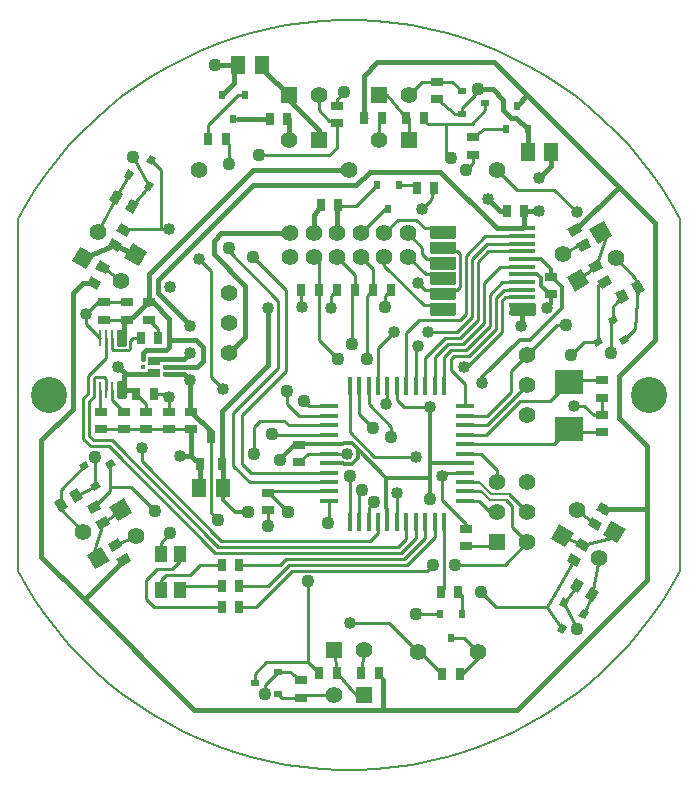
<source format=gtl>
G75*
G70*
%OFA0B0*%
%FSLAX24Y24*%
%IPPOS*%
%LPD*%
%AMOC8*
5,1,8,0,0,1.08239X$1,22.5*
%
%ADD10C,0.0080*%
%ADD11R,0.0591X0.0160*%
%ADD12R,0.0160X0.0591*%
%ADD13R,0.0256X0.0413*%
%ADD14R,0.0394X0.0315*%
%ADD15R,0.0453X0.0591*%
%ADD16R,0.0555X0.0555*%
%ADD17C,0.0555*%
%ADD18R,0.0315X0.0394*%
%ADD19C,0.0440*%
%ADD20R,0.0236X0.0276*%
%ADD21R,0.0555X0.0555*%
%ADD22R,0.0945X0.0787*%
%ADD23C,0.1200*%
%ADD24R,0.0276X0.0236*%
%ADD25R,0.0110X0.0551*%
%ADD26R,0.0165X0.0165*%
%ADD27R,0.0394X0.0307*%
%ADD28R,0.0866X0.0157*%
%ADD29R,0.0433X0.0551*%
%ADD30C,0.0120*%
%ADD31C,0.0100*%
%ADD32C,0.0160*%
%ADD33C,0.0436*%
%ADD34C,0.0400*%
D10*
X002393Y008412D02*
X002393Y020148D01*
X002688Y020672D01*
X003008Y021181D01*
X003352Y021674D01*
X003719Y022150D01*
X004108Y022608D01*
X004519Y023047D01*
X004951Y023465D01*
X005403Y023862D01*
X005873Y024237D01*
X006360Y024588D01*
X006864Y024916D01*
X007383Y025220D01*
X007916Y025498D01*
X008461Y025750D01*
X009018Y025976D01*
X009586Y026174D01*
X010162Y026345D01*
X010746Y026488D01*
X011336Y026603D01*
X011931Y026690D01*
X012529Y026747D01*
X013129Y026776D01*
X013731Y026776D01*
X014331Y026747D01*
X014929Y026690D01*
X015524Y026603D01*
X016114Y026488D01*
X016698Y026345D01*
X017274Y026174D01*
X017842Y025976D01*
X018399Y025750D01*
X018944Y025498D01*
X019477Y025220D01*
X019996Y024916D01*
X020500Y024588D01*
X020987Y024237D01*
X021457Y023862D01*
X021909Y023465D01*
X022341Y023047D01*
X022752Y022608D01*
X023141Y022150D01*
X023508Y021674D01*
X023852Y021181D01*
X024172Y020672D01*
X024467Y020148D01*
X024467Y008412D01*
X018780Y010980D02*
X018180Y010980D01*
X017775Y011385D01*
X017840Y011070D02*
X018130Y010780D01*
X018680Y010780D01*
X017294Y010755D02*
X017280Y010741D01*
X024467Y008412D02*
X024172Y007888D01*
X023852Y007379D01*
X023508Y006886D01*
X023141Y006410D01*
X022752Y005952D01*
X022341Y005513D01*
X021909Y005095D01*
X021457Y004698D01*
X020987Y004323D01*
X020500Y003972D01*
X019996Y003644D01*
X019477Y003340D01*
X018944Y003062D01*
X018399Y002810D01*
X017842Y002584D01*
X017274Y002386D01*
X016698Y002215D01*
X016114Y002072D01*
X015524Y001957D01*
X014929Y001870D01*
X014331Y001813D01*
X013731Y001784D01*
X013129Y001784D01*
X012529Y001813D01*
X011931Y001870D01*
X011336Y001957D01*
X010746Y002072D01*
X010162Y002215D01*
X009586Y002386D01*
X009018Y002584D01*
X008461Y002810D01*
X007916Y003062D01*
X007383Y003340D01*
X006864Y003644D01*
X006360Y003972D01*
X005873Y004323D01*
X005403Y004698D01*
X004951Y005095D01*
X004519Y005513D01*
X004108Y005952D01*
X003719Y006410D01*
X003352Y006886D01*
X003008Y007379D01*
X002688Y007888D01*
X002393Y008412D01*
D11*
X012766Y010755D03*
X012766Y011070D03*
X012766Y011385D03*
X012766Y011700D03*
X012766Y012015D03*
X012766Y012330D03*
X012766Y012645D03*
X012766Y012960D03*
X012766Y013275D03*
X012766Y013590D03*
X012766Y013905D03*
X017294Y013905D03*
X017294Y013590D03*
X017294Y013275D03*
X017294Y012960D03*
X017294Y012645D03*
X017294Y012330D03*
X017294Y012015D03*
X017294Y011700D03*
X017294Y011385D03*
X017294Y011070D03*
X017294Y010755D03*
D12*
X016605Y010066D03*
X016290Y010066D03*
X015975Y010066D03*
X015660Y010066D03*
X015345Y010066D03*
X015030Y010066D03*
X014715Y010066D03*
X014400Y010066D03*
X014085Y010066D03*
X013770Y010066D03*
X013455Y010066D03*
X013455Y014594D03*
X013770Y014594D03*
X014085Y014594D03*
X014400Y014594D03*
X014715Y014594D03*
X015030Y014594D03*
X015345Y014594D03*
X015660Y014594D03*
X015975Y014594D03*
X016290Y014594D03*
X016605Y014594D03*
D13*
X009204Y011977D03*
X008456Y011977D03*
X008830Y012883D03*
D14*
X008180Y013135D03*
X008180Y013725D03*
X007430Y013725D03*
X007430Y013135D03*
X006680Y013135D03*
X006680Y013725D03*
X005930Y013725D03*
X005930Y013135D03*
X005180Y013135D03*
X005180Y013725D03*
G36*
X004299Y010679D02*
X004102Y011020D01*
X004373Y011177D01*
X004570Y010836D01*
X004299Y010679D01*
G37*
G36*
X003787Y010383D02*
X003590Y010724D01*
X003861Y010881D01*
X004058Y010540D01*
X003787Y010383D01*
G37*
G36*
X005181Y010499D02*
X004840Y010302D01*
X004683Y010573D01*
X005024Y010770D01*
X005181Y010499D01*
G37*
G36*
X005477Y009987D02*
X005136Y009790D01*
X004979Y010061D01*
X005320Y010258D01*
X005477Y009987D01*
G37*
G36*
X005383Y009323D02*
X005724Y009520D01*
X005881Y009249D01*
X005540Y009052D01*
X005383Y009323D01*
G37*
G36*
X005679Y008811D02*
X006020Y009008D01*
X006177Y008737D01*
X005836Y008540D01*
X005679Y008811D01*
G37*
X010730Y010435D03*
X010730Y011025D03*
X011780Y012035D03*
X011780Y012625D03*
X006780Y016785D03*
X006780Y017375D03*
X006030Y017375D03*
X006030Y016785D03*
X005280Y016785D03*
X005280Y017375D03*
G36*
X004840Y018258D02*
X005181Y018061D01*
X005024Y017790D01*
X004683Y017987D01*
X004840Y018258D01*
G37*
G36*
X005136Y018770D02*
X005477Y018573D01*
X005320Y018302D01*
X004979Y018499D01*
X005136Y018770D01*
G37*
G36*
X005724Y019040D02*
X005383Y019237D01*
X005540Y019508D01*
X005881Y019311D01*
X005724Y019040D01*
G37*
G36*
X006020Y019552D02*
X005679Y019749D01*
X005836Y020020D01*
X006177Y019823D01*
X006020Y019552D01*
G37*
G36*
X005952Y020490D02*
X006149Y020831D01*
X006420Y020674D01*
X006223Y020333D01*
X005952Y020490D01*
G37*
G36*
X005440Y020786D02*
X005637Y021127D01*
X005908Y020970D01*
X005711Y020629D01*
X005440Y020786D01*
G37*
X013030Y023335D03*
X013030Y023925D03*
X016380Y024135D03*
X016380Y024725D03*
X017580Y022875D03*
X017580Y022285D03*
G36*
X021212Y019743D02*
X020871Y019546D01*
X020714Y019817D01*
X021055Y020014D01*
X021212Y019743D01*
G37*
G36*
X021507Y019232D02*
X021166Y019035D01*
X021009Y019306D01*
X021350Y019503D01*
X021507Y019232D01*
G37*
G36*
X021414Y018605D02*
X021755Y018802D01*
X021912Y018531D01*
X021571Y018334D01*
X021414Y018605D01*
G37*
G36*
X021709Y018093D02*
X022050Y018290D01*
X022207Y018019D01*
X021866Y017822D01*
X021709Y018093D01*
G37*
G36*
X022585Y017830D02*
X022782Y017489D01*
X022511Y017332D01*
X022314Y017673D01*
X022585Y017830D01*
G37*
G36*
X023096Y018126D02*
X023293Y017785D01*
X023022Y017628D01*
X022825Y017969D01*
X023096Y018126D01*
G37*
X020180Y018225D03*
X020180Y017635D03*
X021880Y014775D03*
X021880Y014185D03*
X021880Y013625D03*
X021880Y013035D03*
G36*
X022020Y010252D02*
X021679Y010449D01*
X021836Y010720D01*
X022177Y010523D01*
X022020Y010252D01*
G37*
G36*
X021724Y009740D02*
X021383Y009937D01*
X021540Y010208D01*
X021881Y010011D01*
X021724Y009740D01*
G37*
G36*
X021136Y009520D02*
X021477Y009323D01*
X021320Y009052D01*
X020979Y009249D01*
X021136Y009520D01*
G37*
G36*
X020840Y009008D02*
X021181Y008811D01*
X021024Y008540D01*
X020683Y008737D01*
X020840Y009008D01*
G37*
G36*
X021258Y008020D02*
X021061Y007679D01*
X020790Y007836D01*
X020987Y008177D01*
X021258Y008020D01*
G37*
G36*
X021770Y007724D02*
X021573Y007383D01*
X021302Y007540D01*
X021499Y007881D01*
X021770Y007724D01*
G37*
X017330Y009235D03*
X017330Y009825D03*
X011830Y004775D03*
X011830Y004185D03*
D15*
X009224Y011180D03*
X008436Y011180D03*
X019386Y022380D03*
X020174Y022380D03*
X010524Y025280D03*
X009736Y025280D03*
D16*
X011430Y024280D03*
X012430Y022780D03*
X014430Y024280D03*
X015430Y022780D03*
X018380Y009380D03*
X013930Y004280D03*
X012930Y005780D03*
D17*
X013930Y005780D03*
X012930Y004280D03*
X015730Y005730D03*
X017730Y005730D03*
X019380Y009380D03*
X019380Y010380D03*
X018380Y010380D03*
X018380Y011380D03*
X019380Y011380D03*
X021040Y010463D03*
X021780Y008847D03*
X019380Y013630D03*
X019380Y014630D03*
X019380Y015630D03*
X020566Y018968D03*
X022317Y018835D03*
X018380Y021780D03*
X015399Y019674D03*
X015399Y018886D03*
X014611Y018886D03*
X013824Y018886D03*
X013824Y019674D03*
X014611Y019674D03*
X013036Y019674D03*
X012249Y019674D03*
X011461Y019674D03*
X011461Y018886D03*
X012249Y018886D03*
X013036Y018886D03*
X013430Y021780D03*
X014430Y022780D03*
X015430Y024280D03*
X012430Y024280D03*
X011430Y022780D03*
X008430Y021780D03*
X005080Y019713D03*
X005820Y018097D03*
X009430Y017680D03*
X009430Y016680D03*
X009430Y015680D03*
X006320Y009597D03*
X004580Y009713D03*
D18*
X009185Y008630D03*
X009775Y008630D03*
X009775Y007930D03*
X009185Y007930D03*
X009185Y007230D03*
X009775Y007230D03*
X012435Y005030D03*
X013025Y005030D03*
X013835Y005030D03*
X014425Y005030D03*
X016535Y004980D03*
X017125Y004980D03*
X017075Y007730D03*
X016485Y007730D03*
X006925Y014330D03*
X006335Y014330D03*
X006485Y016180D03*
X007075Y016180D03*
X011835Y017780D03*
X012425Y017780D03*
X013035Y017780D03*
X013625Y017780D03*
X014235Y017780D03*
X014825Y017780D03*
X013075Y020630D03*
X012485Y020630D03*
X011375Y023480D03*
X010785Y023480D03*
X009325Y022830D03*
X008735Y022830D03*
X013935Y023530D03*
X014525Y023530D03*
X015335Y023530D03*
X015925Y023530D03*
X015685Y021180D03*
X016275Y021180D03*
X018685Y020430D03*
X019275Y020430D03*
D19*
X011397Y010380D03*
X010060Y010380D03*
D20*
X016456Y006974D03*
X017204Y006974D03*
X016830Y006186D03*
X014730Y020486D03*
X014356Y021274D03*
X015104Y021274D03*
X018656Y023136D03*
X019404Y023136D03*
X019030Y023924D03*
X009954Y024274D03*
X009206Y024274D03*
X009580Y023486D03*
D21*
G36*
X005942Y018862D02*
X006219Y019341D01*
X006698Y019064D01*
X006421Y018585D01*
X005942Y018862D01*
G37*
G36*
X004958Y018948D02*
X004681Y018469D01*
X004202Y018746D01*
X004479Y019225D01*
X004958Y018948D01*
G37*
G36*
X005719Y010085D02*
X005442Y010564D01*
X005921Y010841D01*
X006198Y010362D01*
X005719Y010085D01*
G37*
G36*
X005181Y009225D02*
X005458Y008746D01*
X004979Y008469D01*
X004702Y008948D01*
X005181Y009225D01*
G37*
G36*
X020918Y009698D02*
X020641Y009219D01*
X020162Y009496D01*
X020439Y009975D01*
X020918Y009698D01*
G37*
G36*
X021902Y009612D02*
X022179Y010091D01*
X022658Y009814D01*
X022381Y009335D01*
X021902Y009612D01*
G37*
G36*
X021167Y018480D02*
X021444Y018001D01*
X020965Y017724D01*
X020688Y018203D01*
X021167Y018480D01*
G37*
G36*
X021716Y019323D02*
X021439Y019802D01*
X021918Y020079D01*
X022195Y019600D01*
X021716Y019323D01*
G37*
D22*
X020780Y014717D03*
X020780Y013143D03*
D23*
X023430Y014280D03*
X003430Y014280D03*
D24*
G36*
X004424Y011940D02*
X004662Y012078D01*
X004780Y011874D01*
X004542Y011736D01*
X004424Y011940D01*
G37*
G36*
X004798Y011292D02*
X005036Y011430D01*
X005154Y011226D01*
X004916Y011088D01*
X004798Y011292D01*
G37*
G36*
X005293Y012010D02*
X005531Y012148D01*
X005649Y011944D01*
X005411Y011806D01*
X005293Y012010D01*
G37*
X011074Y005054D03*
X011074Y004306D03*
X010286Y004680D03*
G36*
X020704Y006549D02*
X020566Y006311D01*
X020362Y006429D01*
X020500Y006667D01*
X020704Y006549D01*
G37*
G36*
X021422Y007044D02*
X021284Y006806D01*
X021080Y006924D01*
X021218Y007162D01*
X021422Y007044D01*
G37*
G36*
X020774Y007418D02*
X020636Y007180D01*
X020432Y007298D01*
X020570Y007536D01*
X020774Y007418D01*
G37*
G36*
X021911Y016020D02*
X021673Y015882D01*
X021555Y016086D01*
X021793Y016224D01*
X021911Y016020D01*
G37*
G36*
X022406Y016737D02*
X022168Y016599D01*
X022050Y016803D01*
X022288Y016941D01*
X022406Y016737D01*
G37*
G36*
X022780Y016090D02*
X022542Y015952D01*
X022424Y016156D01*
X022662Y016294D01*
X022780Y016090D01*
G37*
X017186Y023656D03*
X017186Y024404D03*
X017974Y024030D03*
G36*
X006656Y022061D02*
X006794Y022299D01*
X006998Y022181D01*
X006860Y021943D01*
X006656Y022061D01*
G37*
G36*
X005938Y021566D02*
X006076Y021804D01*
X006280Y021686D01*
X006142Y021448D01*
X005938Y021566D01*
G37*
G36*
X006586Y021192D02*
X006724Y021430D01*
X006928Y021312D01*
X006790Y021074D01*
X006586Y021192D01*
G37*
D25*
X005924Y016196D03*
X005727Y016196D03*
X005530Y016196D03*
X005333Y016196D03*
X005136Y016196D03*
X005136Y014464D03*
X005333Y014464D03*
X005530Y014464D03*
X005727Y014464D03*
X005924Y014464D03*
D26*
X006570Y014974D03*
X006570Y015230D03*
X006570Y015486D03*
X007290Y015486D03*
X007290Y015230D03*
X007290Y014974D03*
D27*
X006930Y015033D03*
X006930Y015427D03*
D28*
X016550Y017023D03*
X016550Y017278D03*
X016550Y017534D03*
X016550Y017790D03*
X016550Y018046D03*
X016550Y018302D03*
X016550Y018558D03*
X016550Y018814D03*
X016550Y019070D03*
X016550Y019326D03*
X016550Y019582D03*
X016550Y019837D03*
X019210Y019837D03*
X019210Y019582D03*
X019210Y019326D03*
X019210Y019070D03*
X019210Y018814D03*
X019210Y018558D03*
X019210Y018302D03*
X019210Y018046D03*
X019210Y017790D03*
X019210Y017534D03*
X019210Y017278D03*
X019210Y017023D03*
D29*
X007795Y008971D03*
X007165Y008971D03*
X007165Y007789D03*
X007795Y007789D03*
D30*
X009630Y010380D02*
X010060Y010380D01*
X009630Y010380D02*
X009224Y010786D01*
X009224Y011180D01*
X011130Y012130D02*
X011677Y012677D01*
X011780Y012625D02*
X012062Y012645D01*
X012766Y012645D01*
X013245Y012645D01*
X013280Y012680D01*
X013530Y012680D01*
X013730Y012480D01*
X014680Y011530D01*
X016130Y011530D01*
X016130Y012015D01*
X016130Y013880D01*
X016130Y012015D02*
X017294Y012015D01*
X016130Y011530D02*
X016130Y010830D01*
X014715Y010495D02*
X014715Y010066D01*
X014715Y010495D02*
X014680Y010530D01*
X014680Y011530D01*
X013730Y012180D02*
X013730Y012480D01*
X013730Y012180D02*
X013530Y011980D01*
X013280Y011980D01*
X013245Y012015D01*
X012766Y012015D01*
X017880Y014680D02*
X017880Y014880D01*
X019130Y016130D01*
X019480Y016130D01*
X020530Y017180D01*
X020530Y017880D01*
X020185Y018225D01*
X020180Y018225D01*
X020180Y018480D01*
X019846Y018814D01*
X019210Y018814D01*
X019210Y018302D02*
X019708Y018302D01*
X019830Y018180D01*
X019830Y017930D01*
X020125Y017635D01*
X020180Y017635D01*
X020180Y017330D01*
X020030Y017180D01*
X020283Y018177D02*
X020180Y018225D01*
D31*
X006930Y007230D02*
X006680Y007480D01*
X006680Y008130D01*
X007030Y008480D01*
X007530Y008480D01*
X007795Y008745D01*
X007795Y008971D01*
X007165Y008971D02*
X007165Y009365D01*
X007480Y009680D01*
X006980Y010430D02*
X006180Y011230D01*
X005471Y011230D01*
X005471Y011074D01*
X004932Y010536D01*
X005228Y010024D02*
X004930Y009080D01*
X005080Y008847D01*
X005632Y009286D02*
X006320Y009597D01*
X005928Y008774D02*
X005830Y008680D01*
X007165Y008115D02*
X007165Y007789D01*
X007165Y008115D02*
X007330Y008280D01*
X008130Y008280D01*
X008480Y008630D01*
X009185Y008630D01*
X008980Y009030D02*
X005430Y012580D01*
X004830Y012580D01*
X004580Y012830D01*
X004580Y014180D01*
X004730Y014330D01*
X004730Y014930D01*
X005333Y015533D01*
X005333Y016196D01*
X005136Y016196D02*
X004680Y016652D01*
X004680Y016980D01*
X005077Y017377D01*
X005280Y017375D01*
X006030Y017375D01*
X006030Y016785D02*
X005280Y016785D01*
X005730Y016430D02*
X005955Y016430D01*
X005955Y016160D01*
X005950Y016155D01*
X005950Y015960D01*
X005730Y015960D01*
X005730Y016430D01*
X005730Y016358D02*
X005955Y016358D01*
X005955Y016260D02*
X005730Y016260D01*
X005727Y016196D02*
X005924Y016196D01*
X005880Y016152D01*
X005955Y016161D02*
X005730Y016161D01*
X005730Y016063D02*
X005950Y016063D01*
X005950Y015964D02*
X005730Y015964D01*
X005580Y015780D02*
X006080Y015780D01*
X006130Y015830D01*
X006130Y016080D01*
X006230Y016180D01*
X006485Y016180D01*
X007075Y016180D02*
X007075Y016488D01*
X006780Y016785D01*
X006727Y017330D02*
X006780Y017375D01*
X006777Y017377D01*
X005820Y018097D02*
X005228Y018536D01*
X005080Y019713D02*
X005674Y020878D01*
X006109Y021626D01*
X006230Y022230D02*
X006757Y021252D01*
X006186Y020582D01*
X005980Y019830D02*
X007180Y019830D01*
X007430Y019830D01*
X007180Y019830D02*
X007180Y021768D01*
X006827Y022121D01*
X008735Y022830D02*
X008733Y023283D01*
X009724Y024274D01*
X009954Y024274D01*
X009736Y023480D02*
X009580Y023486D01*
X009325Y022830D02*
X009430Y022627D01*
X009430Y021980D01*
X010430Y022280D02*
X012780Y022280D01*
X013030Y022530D01*
X013030Y023335D01*
X013027Y023430D01*
X012780Y023430D01*
X012430Y023780D01*
X012430Y024280D01*
X013030Y024130D02*
X013280Y024380D01*
X013030Y024130D02*
X013030Y023925D01*
X013930Y023630D02*
X014030Y023530D01*
X013935Y023530D01*
X014430Y023530D02*
X014430Y022780D01*
X014430Y023530D02*
X014525Y023530D01*
X014430Y024280D02*
X014683Y024280D01*
X015335Y023530D01*
X015430Y023530D01*
X015430Y022780D01*
X016027Y023330D02*
X016680Y023330D01*
X016680Y022330D01*
X016830Y022180D01*
X017330Y021780D02*
X017580Y022030D01*
X017580Y022285D01*
X017580Y022875D02*
X017939Y023136D01*
X018656Y023136D01*
X019386Y023119D02*
X019404Y023136D01*
X019030Y023924D02*
X019030Y023930D01*
X017974Y024030D02*
X017974Y023774D01*
X017530Y023330D01*
X016680Y023330D01*
X016957Y023656D02*
X017186Y023656D01*
X017186Y023836D01*
X017630Y024280D01*
X017630Y024380D01*
X017186Y024404D02*
X016863Y024727D01*
X016380Y024725D01*
X015877Y024727D01*
X015430Y024280D01*
X015925Y023530D02*
X016027Y023330D01*
X016380Y024135D02*
X016957Y023656D01*
X018380Y021780D02*
X019030Y021130D01*
X020280Y021130D01*
X021030Y020380D01*
X021012Y019812D02*
X020963Y019780D01*
X021204Y019336D02*
X021258Y019269D01*
X021204Y019336D02*
X020566Y018968D01*
X021069Y018111D02*
X021066Y018102D01*
X021069Y018111D02*
X021663Y018568D01*
X021969Y019439D01*
X021817Y019701D01*
X022317Y018835D02*
X022974Y018178D01*
X023059Y017877D01*
X022974Y016495D01*
X022602Y016123D01*
X022156Y015672D02*
X022166Y016714D01*
X022228Y016770D01*
X022228Y017226D01*
X022548Y017581D01*
X021958Y018056D02*
X021733Y017966D01*
X021733Y016053D01*
X021253Y016053D01*
X020830Y015630D01*
X020838Y014775D02*
X020780Y014717D01*
X020143Y014080D01*
X019130Y014080D01*
X018010Y012960D01*
X017294Y012960D01*
X017294Y013275D02*
X018025Y013275D01*
X019380Y014630D01*
X018830Y014380D02*
X018830Y015080D01*
X019380Y015630D01*
X020380Y016630D01*
X020480Y016630D01*
X020680Y016630D01*
X019595Y016995D02*
X019595Y017312D01*
X018825Y017310D01*
X018825Y016995D01*
X019595Y016995D01*
X019595Y017048D02*
X018825Y017048D01*
X018825Y017146D02*
X019595Y017146D01*
X019595Y017245D02*
X018825Y017245D01*
X018634Y017534D02*
X018530Y017430D01*
X018530Y016380D01*
X017380Y015230D01*
X017280Y015230D01*
X017430Y015580D02*
X016930Y015580D01*
X016830Y015480D01*
X016830Y015130D01*
X017294Y014666D01*
X017294Y013905D01*
X017294Y013590D02*
X018040Y013590D01*
X018830Y014380D01*
X017430Y015580D02*
X018330Y016480D01*
X018330Y017530D01*
X018590Y017790D01*
X019210Y017790D01*
X019210Y017534D02*
X018634Y017534D01*
X018130Y017630D02*
X018546Y018046D01*
X019210Y018046D01*
X019210Y018558D02*
X018458Y018558D01*
X017930Y018030D01*
X017930Y016680D01*
X017230Y015980D01*
X016730Y015980D01*
X016290Y015540D01*
X016290Y014594D01*
X016605Y014594D02*
X016605Y015555D01*
X016830Y015780D01*
X017330Y015780D01*
X018130Y016580D01*
X018130Y017630D01*
X017730Y016780D02*
X017130Y016180D01*
X016630Y016180D01*
X015975Y015525D01*
X015975Y014594D01*
X015660Y014594D02*
X015660Y015860D01*
X015730Y015930D01*
X015345Y016345D02*
X015345Y014594D01*
X015030Y014594D02*
X015030Y014130D01*
X015280Y013880D01*
X016130Y013880D01*
X014830Y013230D02*
X014830Y012880D01*
X014830Y013230D02*
X014085Y013975D01*
X014085Y014594D01*
X013770Y014594D02*
X013770Y013640D01*
X014230Y013180D01*
X013455Y013055D02*
X014280Y012230D01*
X015680Y012230D01*
X016530Y011580D02*
X016530Y010775D01*
X017330Y009975D01*
X017330Y009825D01*
X017330Y009235D02*
X018235Y009235D01*
X018380Y009380D01*
X018880Y009880D02*
X019380Y009380D01*
X018630Y008630D01*
X016980Y008630D01*
X016230Y008630D02*
X016030Y008430D01*
X011530Y008430D01*
X010330Y007230D01*
X009775Y007230D01*
X009185Y007230D02*
X006930Y007230D01*
X007795Y007789D02*
X007936Y007930D01*
X009185Y007930D01*
X009775Y007930D02*
X010730Y007930D01*
X011430Y008630D01*
X015380Y008630D01*
X016290Y009540D01*
X016290Y010066D01*
X016605Y010066D02*
X016605Y007850D01*
X016485Y007730D01*
X017075Y007730D02*
X017204Y007601D01*
X017204Y006974D01*
X016456Y006974D02*
X016074Y006974D01*
X015680Y006980D01*
X014780Y006680D02*
X015730Y005730D01*
X015785Y005730D01*
X016535Y004980D01*
X016477Y004983D01*
X017125Y004980D02*
X017183Y004980D01*
X017730Y005527D01*
X017730Y005730D01*
X017274Y006186D01*
X016830Y006186D01*
X018330Y007230D02*
X017830Y007730D01*
X018330Y007230D02*
X020030Y007230D01*
X020533Y006489D01*
X021030Y006480D02*
X020603Y007358D01*
X021024Y007928D01*
X021536Y007632D02*
X021251Y006984D01*
X021536Y007632D02*
X021780Y008847D01*
X021228Y009286D02*
X022180Y009530D01*
X022280Y009713D01*
X021632Y009974D02*
X021040Y010463D01*
X020540Y009597D02*
X021228Y009286D01*
X020932Y008774D02*
X020030Y007230D01*
X018880Y009880D02*
X018880Y010580D01*
X018680Y010780D01*
X018780Y010980D02*
X019380Y010380D01*
X018380Y010380D02*
X018130Y010380D01*
X017755Y010755D01*
X017294Y010755D01*
X017294Y011070D02*
X017840Y011070D01*
X017775Y011385D02*
X017294Y011385D01*
X017294Y011700D02*
X016650Y011700D01*
X016530Y011580D01*
X017294Y012330D02*
X017830Y012330D01*
X018380Y011780D01*
X018380Y011380D01*
X018380Y010380D02*
X018280Y010380D01*
X015975Y010066D02*
X015975Y009525D01*
X015280Y008830D01*
X011330Y008830D01*
X011130Y008630D01*
X009775Y008630D01*
X009080Y009230D02*
X005530Y012780D01*
X004930Y012780D01*
X004780Y012930D01*
X004780Y014080D01*
X004930Y014230D01*
X004930Y014830D01*
X004980Y014880D01*
X005280Y014880D01*
X005333Y014827D01*
X005333Y014464D01*
X005136Y014464D02*
X005136Y013833D01*
X005180Y013725D01*
X005530Y014127D02*
X005930Y013725D01*
X005955Y014230D02*
X005730Y014230D01*
X005730Y014705D01*
X005955Y014705D01*
X005955Y014230D01*
X005955Y014290D02*
X005730Y014290D01*
X005730Y014388D02*
X005955Y014388D01*
X005924Y014464D02*
X005727Y014464D01*
X005730Y014487D02*
X005955Y014487D01*
X005955Y014585D02*
X005730Y014585D01*
X005730Y014684D02*
X005955Y014684D01*
X005530Y014464D02*
X005530Y014127D01*
X006335Y014330D02*
X006680Y013985D01*
X006680Y013725D01*
X006855Y014230D02*
X006925Y014330D01*
X007330Y014330D01*
X007430Y014230D01*
X007430Y013725D01*
X007430Y013135D02*
X008180Y013135D01*
X007430Y013135D02*
X006680Y013135D01*
X005930Y013135D01*
X005180Y013135D01*
X004980Y012230D02*
X004980Y011263D01*
X004976Y011259D01*
X004295Y010878D01*
X004336Y010928D01*
X003824Y011129D02*
X003824Y010632D01*
X003824Y010469D01*
X004580Y009713D01*
X005228Y010024D02*
X005820Y010463D01*
X005471Y011230D02*
X005471Y011977D01*
X004602Y011907D02*
X003824Y011129D01*
X006530Y012080D02*
X006530Y012530D01*
X006530Y012080D02*
X009180Y009430D01*
X014130Y009430D01*
X014400Y009700D01*
X014400Y010066D01*
X014085Y010066D02*
X014085Y010535D01*
X014280Y010730D01*
X013880Y011130D02*
X013770Y011020D01*
X013770Y010066D01*
X013455Y010066D02*
X013455Y011555D01*
X013480Y011580D01*
X013380Y012330D02*
X012766Y012330D01*
X012077Y012330D01*
X011780Y012035D01*
X011780Y012625D02*
X011677Y012677D01*
X011435Y013275D02*
X012766Y013275D01*
X012766Y013590D02*
X011770Y013590D01*
X011380Y013980D01*
X011380Y014430D01*
X011330Y015080D02*
X011330Y017780D01*
X010230Y018880D01*
X009430Y019080D02*
X009430Y019180D01*
X009430Y019080D02*
X011080Y017430D01*
X011080Y015180D01*
X009580Y013680D01*
X009580Y011930D01*
X010125Y011385D01*
X012766Y011385D01*
X012766Y011070D02*
X010873Y011070D01*
X010730Y011025D01*
X010850Y010927D01*
X011397Y010380D01*
X010730Y010435D02*
X010730Y009930D01*
X009080Y010130D02*
X008830Y010380D01*
X008830Y012883D01*
X009880Y013630D02*
X009880Y011980D01*
X010160Y011700D01*
X012766Y011700D01*
X012766Y010755D02*
X012766Y010066D01*
X012730Y010030D01*
X012080Y008080D02*
X012080Y005380D01*
X010680Y005380D01*
X010286Y004986D01*
X010286Y004680D01*
X010630Y004610D02*
X010630Y004330D01*
X010630Y004610D02*
X011074Y005054D01*
X011453Y005054D01*
X011830Y004775D01*
X011903Y004704D01*
X011933Y004280D02*
X012930Y004280D01*
X013677Y004280D02*
X013025Y005030D01*
X012930Y005780D01*
X012435Y005030D02*
X012430Y005030D01*
X012080Y005380D01*
X011933Y004280D02*
X011830Y004185D01*
X011195Y004185D01*
X011074Y004306D01*
X013677Y004280D02*
X013930Y004280D01*
X013835Y005030D02*
X013930Y005780D01*
X014425Y005030D02*
X014580Y004777D01*
X014780Y006680D02*
X013480Y006680D01*
X015180Y009030D02*
X015660Y009510D01*
X015660Y010066D01*
X015345Y010066D02*
X015345Y009495D01*
X015080Y009230D01*
X009080Y009230D01*
X008980Y009030D02*
X015180Y009030D01*
X015030Y010066D02*
X015030Y011030D01*
X013455Y013055D02*
X013455Y014594D01*
X014400Y014594D02*
X014400Y015850D01*
X014930Y016380D01*
X015345Y016345D02*
X015780Y016780D01*
X017130Y016780D01*
X017330Y016980D01*
X017330Y018930D01*
X017982Y019582D01*
X019210Y019582D01*
X019210Y019326D02*
X018026Y019326D01*
X017530Y018830D01*
X017530Y016880D01*
X017030Y016380D01*
X016080Y016380D01*
X016165Y016995D02*
X016165Y017310D01*
X016940Y017307D01*
X016940Y016995D01*
X016165Y016995D01*
X016165Y017048D02*
X016940Y017048D01*
X016940Y017146D02*
X016165Y017146D01*
X016165Y017245D02*
X016940Y017245D01*
X016940Y017505D02*
X016940Y017817D01*
X016165Y017820D01*
X016165Y017505D01*
X016940Y017505D01*
X016940Y017540D02*
X016165Y017540D01*
X016165Y017639D02*
X016940Y017639D01*
X016940Y017737D02*
X016165Y017737D01*
X015970Y017790D02*
X015730Y018030D01*
X015970Y017790D02*
X016550Y017790D01*
X017040Y017790D01*
X017130Y017880D01*
X017130Y018980D01*
X017040Y019070D01*
X016550Y019070D01*
X016550Y018814D02*
X016046Y018814D01*
X015880Y018980D01*
X015880Y019192D01*
X015399Y019674D01*
X015680Y020130D02*
X015973Y019837D01*
X016550Y019837D01*
X016165Y019806D02*
X016940Y019806D01*
X016940Y019867D02*
X016940Y019555D01*
X016165Y019555D01*
X016165Y019870D01*
X016940Y019867D01*
X016940Y019707D02*
X016165Y019707D01*
X016165Y019609D02*
X016940Y019609D01*
X016940Y019352D02*
X016940Y019040D01*
X016165Y019040D01*
X016165Y019355D01*
X016940Y019352D01*
X016940Y019313D02*
X016165Y019313D01*
X016165Y019215D02*
X016940Y019215D01*
X016940Y019116D02*
X016165Y019116D01*
X016165Y018845D02*
X016940Y018842D01*
X016940Y018530D01*
X016165Y018530D01*
X016165Y018845D01*
X016165Y018821D02*
X016940Y018821D01*
X016940Y018722D02*
X016165Y018722D01*
X016165Y018624D02*
X016940Y018624D01*
X016940Y018327D02*
X016940Y018015D01*
X016165Y018015D01*
X016165Y018330D01*
X016940Y018327D01*
X016940Y018230D02*
X016165Y018230D01*
X016165Y018328D02*
X016768Y018328D01*
X016550Y018302D02*
X015983Y018302D01*
X015399Y018886D01*
X014611Y018886D02*
X014611Y018599D01*
X015932Y017278D01*
X016550Y017278D01*
X016165Y018033D02*
X016940Y018033D01*
X016940Y018131D02*
X016165Y018131D01*
X014825Y017780D02*
X014677Y017630D01*
X014630Y017583D01*
X014630Y017230D01*
X014235Y017780D02*
X014235Y018475D01*
X013824Y018886D01*
X013625Y018297D02*
X013036Y018886D01*
X012425Y018710D02*
X012249Y018886D01*
X012425Y018710D02*
X012425Y017780D01*
X012433Y016127D01*
X013080Y015480D01*
X013530Y015980D02*
X013530Y017777D01*
X013625Y017780D01*
X013625Y018297D01*
X013035Y017780D02*
X012830Y017577D01*
X012830Y017180D01*
X011880Y017230D02*
X011833Y017283D01*
X011835Y017780D01*
X013824Y019674D02*
X014624Y020480D01*
X014730Y020486D01*
X015067Y020130D02*
X015680Y020130D01*
X015880Y020480D02*
X016180Y020780D01*
X016275Y021180D01*
X015698Y021280D02*
X015104Y021274D01*
X015685Y021180D02*
X015698Y021280D01*
X015067Y020130D02*
X014611Y019674D01*
X013653Y020571D02*
X014356Y021274D01*
X013653Y020571D02*
X013036Y020571D01*
X014235Y017780D02*
X014030Y017583D01*
X014030Y015480D01*
X014715Y014594D02*
X014715Y014015D01*
X014680Y013980D01*
X012766Y013905D02*
X012105Y013905D01*
X011930Y014080D01*
X011280Y013430D02*
X011435Y013275D01*
X011280Y013430D02*
X010480Y013430D01*
X010280Y013230D01*
X010280Y012330D01*
X010880Y012980D02*
X010910Y012960D01*
X012766Y012960D01*
X011330Y015080D02*
X009880Y013630D01*
X009230Y014480D02*
X008830Y014880D01*
X008830Y018430D01*
X008430Y018830D01*
X005980Y019830D02*
X005928Y019778D01*
X005928Y019786D01*
X005530Y016196D02*
X005530Y015830D01*
X005580Y015780D01*
X006930Y015427D02*
X007039Y015486D01*
X011375Y023480D02*
X011430Y023477D01*
X009606Y025110D02*
X009736Y025280D01*
X017730Y018730D02*
X017730Y016780D01*
X017730Y018730D02*
X018070Y019070D01*
X019210Y019070D01*
X020838Y014775D02*
X021880Y014775D01*
X021880Y014185D02*
X021880Y013625D01*
X021583Y013627D01*
X021280Y013930D01*
X020930Y013930D01*
X020780Y013143D02*
X020888Y013035D01*
X021880Y013035D01*
X020780Y013143D02*
X020282Y012645D01*
X017294Y012645D01*
X023374Y010486D02*
X023380Y010480D01*
D32*
X023380Y008130D01*
X019030Y003780D01*
X014580Y003780D01*
X014580Y004777D01*
X014580Y003780D02*
X008280Y003780D01*
X004555Y007505D01*
X004655Y007505D01*
X005830Y008680D01*
X004555Y007505D02*
X003180Y008880D01*
X003180Y012780D01*
X004230Y013830D01*
X004230Y017680D01*
X004574Y018024D01*
X004932Y018024D01*
X004580Y018847D02*
X005632Y019274D01*
X006320Y018963D01*
X006780Y018330D02*
X006780Y017375D01*
X006883Y017377D01*
X007430Y016830D01*
X007430Y016130D01*
X007430Y015880D01*
X007330Y015780D01*
X006680Y015780D01*
X006570Y015670D01*
X006570Y015486D01*
X007039Y015486D02*
X007290Y015486D01*
X007936Y015486D01*
X008130Y015680D01*
X008380Y015230D02*
X008580Y015430D01*
X008580Y015880D01*
X008330Y016130D01*
X007430Y016130D01*
X008130Y016580D02*
X008130Y016630D01*
X007080Y017680D01*
X007080Y018130D01*
X010230Y021280D01*
X013680Y021280D01*
X014130Y021730D01*
X016480Y021730D01*
X018373Y019837D01*
X019210Y019837D01*
X019275Y019903D01*
X019275Y020430D01*
X019780Y020430D01*
X018685Y020430D02*
X018480Y020430D01*
X018080Y020830D01*
X019386Y022380D02*
X019386Y023119D01*
X019404Y023136D02*
X019010Y023530D01*
X018830Y023530D01*
X018580Y023780D01*
X018580Y024130D01*
X018230Y024480D01*
X017730Y024480D01*
X017630Y024380D01*
X018280Y025380D02*
X019380Y024280D01*
X019030Y023930D01*
X019380Y024280D02*
X022430Y021230D01*
X023630Y020030D01*
X023630Y016130D01*
X022430Y014930D01*
X022430Y013530D01*
X023380Y012580D01*
X023380Y010480D01*
X023374Y010486D02*
X021928Y010486D01*
X019180Y016580D02*
X019210Y016610D01*
X019210Y017023D01*
X021012Y019812D02*
X022430Y021230D01*
X020174Y021924D02*
X019780Y021530D01*
X020174Y021924D02*
X020174Y022380D01*
X018280Y025380D02*
X014380Y025380D01*
X013930Y024930D01*
X013930Y023630D01*
X012430Y023130D02*
X012430Y022780D01*
X012430Y023130D02*
X011430Y024130D01*
X011430Y024280D01*
X010580Y025130D01*
X010524Y025280D01*
X009736Y025280D02*
X008980Y025280D01*
X009606Y025110D02*
X009606Y024674D01*
X009206Y024274D01*
X009736Y023480D02*
X010785Y023480D01*
X011430Y023477D02*
X011430Y022780D01*
X010230Y021780D02*
X006780Y018330D01*
X006727Y017330D02*
X006680Y017330D01*
X006233Y016883D01*
X006030Y016785D01*
X005924Y016777D01*
X005924Y016196D01*
X005730Y015230D02*
X005986Y014974D01*
X005924Y014912D01*
X005924Y014464D01*
X006199Y014464D01*
X006335Y014330D01*
X006570Y014974D02*
X005986Y014974D01*
X006570Y014974D02*
X006871Y014974D01*
X006930Y015033D01*
X007290Y014974D02*
X007939Y014974D01*
X008131Y014781D01*
X008130Y013783D01*
X008180Y013725D01*
X008830Y013075D01*
X008830Y012883D01*
X008180Y013135D02*
X008180Y012253D01*
X007805Y012255D01*
X008180Y012253D02*
X008456Y011977D01*
X008456Y011200D01*
X008436Y011180D01*
X009224Y011180D02*
X009224Y011958D01*
X009204Y011977D01*
X009204Y013754D01*
X010730Y015280D01*
X010730Y017180D01*
X009980Y017930D02*
X009980Y016230D01*
X009430Y015680D01*
X008380Y015230D02*
X007290Y015230D01*
X009980Y017930D02*
X008930Y018980D01*
X008930Y019430D01*
X009174Y019674D01*
X011461Y019674D01*
X012249Y019674D02*
X012249Y020296D01*
X012485Y020630D01*
X013027Y020533D02*
X013075Y020630D01*
X013036Y020571D01*
X013036Y019674D01*
X013430Y021780D02*
X010230Y021780D01*
D33*
X010430Y022280D03*
X009430Y021980D03*
X009430Y019180D03*
X010230Y018880D03*
X013530Y015980D03*
X013080Y015480D03*
X014030Y015480D03*
X014630Y017230D03*
X011930Y014080D03*
X011380Y014430D03*
X010880Y012980D03*
X010280Y012330D03*
X011130Y012130D03*
X009080Y010130D03*
X007480Y009680D03*
X006980Y010430D03*
X004980Y012230D03*
X010730Y009930D03*
X012730Y010030D03*
X013880Y011130D03*
X014280Y010730D03*
X013480Y011580D03*
X014230Y013180D03*
X014830Y012880D03*
X016130Y010830D03*
X016230Y008630D03*
X016980Y008630D03*
X017830Y007730D03*
X015680Y006980D03*
X012080Y008080D03*
X010630Y004330D03*
X021030Y006480D03*
X020830Y015630D03*
X020680Y016630D03*
X022156Y015672D03*
X017330Y021780D03*
X016830Y022180D03*
X017730Y024480D03*
X013280Y024380D03*
X008980Y025280D03*
X006230Y022230D03*
D34*
X007430Y019830D03*
X008430Y018830D03*
X007480Y017880D03*
X008130Y016580D03*
X008130Y015680D03*
X008131Y014781D03*
X007430Y014230D03*
X009230Y014480D03*
X007805Y012255D03*
X006530Y012530D03*
X005730Y015230D03*
X004680Y016980D03*
X010730Y017180D03*
X011880Y017230D03*
X012830Y017180D03*
X014930Y016380D03*
X015730Y015930D03*
X016080Y016380D03*
X017280Y015230D03*
X017880Y014680D03*
X016130Y013880D03*
X014680Y013980D03*
X015680Y012230D03*
X016530Y011580D03*
X015030Y011030D03*
X013380Y012330D03*
X013480Y006680D03*
X020930Y013930D03*
X019180Y016580D03*
X020030Y017180D03*
X019780Y020430D03*
X019780Y021530D03*
X021030Y020380D03*
X018080Y020830D03*
X015880Y020480D03*
X015730Y018030D03*
M02*

</source>
